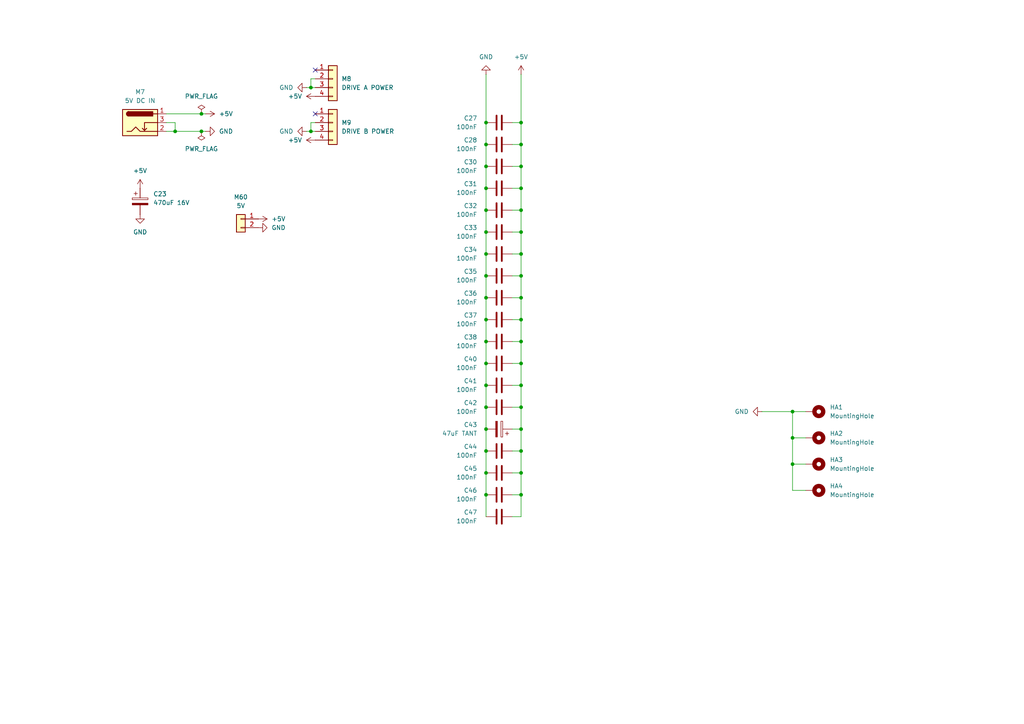
<source format=kicad_sch>
(kicad_sch (version 20250114) (generator "eeschema") (generator_version "9.0")
  (paper "A4")
  (lib_symbols
    (symbol "Connector:Barrel_Jack_Switch" (pin_names (hide yes))
      (property "Reference" "J" (at 0 5.334 0))
      (property "Value" "Barrel_Jack_Switch" (at 0 -5.08 0))
      (symbol "Barrel_Jack_Switch_0_1"
        (rectangle (start -5.08 3.81) (end 5.08 -3.81) (stroke (width 0.254)) (fill (type background)))
        (polyline (pts (xy -3.81 -2.54) (xy -2.54 -2.54) (xy -1.27 -1.27) (xy 0 -2.54) (xy 2.54 -2.54) (xy 5.08 -2.54)) (stroke (width 0.254)))
        (arc (start -3.302 1.905) (mid -3.9343 2.54) (end -3.302 3.175) (stroke (width 0.254)))
        (arc (start -3.302 1.905) (mid -3.9343 2.54) (end -3.302 3.175) (stroke (width 0.254)) (fill (type outline)))
        (polyline (pts (xy 1.27 -2.286) (xy 1.905 -1.651)) (stroke (width 0.254)))
        (rectangle (start 3.683 3.175) (end -3.302 1.905) (stroke (width 0.254)) (fill (type outline)))
        (polyline (pts (xy 5.08 2.54) (xy 3.81 2.54)) (stroke (width 0.254)))
        (polyline (pts (xy 5.08 0) (xy 1.27 0) (xy 1.27 -2.286) (xy 0.635 -1.651)) (stroke (width 0.254)))
      )
      (symbol "Barrel_Jack_Switch_1_1"
        (pin passive line (at 7.62 2.54 180) (length 2.54) (name "~") (number "1"))
        (pin passive line (at 7.62 0 180) (length 2.54) (name "~") (number "3"))
        (pin passive line (at 7.62 -2.54 180) (length 2.54) (name "~") (number "2"))
      )
    )
    (symbol "Connector_Generic:Conn_01x02" (pin_names (offset 1.016) (hide yes))
      (property "Reference" "J" (at 0 2.54 0))
      (property "Value" "Conn_01x02" (at 0 -5.08 0))
      (symbol "Conn_01x02_1_1"
        (rectangle (start -1.27 1.27) (end 1.27 -3.81) (stroke (width 0.254)) (fill (type background)))
        (rectangle (start -1.27 0.127) (end 0 -0.127) (stroke (width 0.1524)))
        (rectangle (start -1.27 -2.413) (end 0 -2.667) (stroke (width 0.1524)))
        (pin passive line (at -5.08 0 0) (length 3.81) (name "Pin_1") (number "1"))
        (pin passive line (at -5.08 -2.54 0) (length 3.81) (name "Pin_2") (number "2"))
      )
    )
    (symbol "Connector_Generic:Conn_01x04" (pin_names (offset 1.016) (hide yes))
      (property "Reference" "J" (at 0 5.08 0))
      (property "Value" "Conn_01x04" (at 0 -7.62 0))
      (symbol "Conn_01x04_1_1"
        (rectangle (start -1.27 3.81) (end 1.27 -6.35) (stroke (width 0.254)) (fill (type background)))
        (rectangle (start -1.27 2.667) (end 0 2.413) (stroke (width 0.1524)))
        (rectangle (start -1.27 0.127) (end 0 -0.127) (stroke (width 0.1524)))
        (rectangle (start -1.27 -2.413) (end 0 -2.667) (stroke (width 0.1524)))
        (rectangle (start -1.27 -4.953) (end 0 -5.207) (stroke (width 0.1524)))
        (pin passive line (at -5.08 2.54 0) (length 3.81) (name "Pin_1") (number "1"))
        (pin passive line (at -5.08 0 0) (length 3.81) (name "Pin_2") (number "2"))
        (pin passive line (at -5.08 -2.54 0) (length 3.81) (name "Pin_3") (number "3"))
        (pin passive line (at -5.08 -5.08 0) (length 3.81) (name "Pin_4") (number "4"))
      )
    )
    (symbol "Device:C" (pin_numbers (hide yes)) (pin_names (offset 0.254))
      (property "Reference" "C" (at 0.635 2.54 0))
      (property "Value" "C" (at 0.635 -2.54 0))
      (symbol "C_0_1"
        (polyline (pts (xy -2.032 0.762) (xy 2.032 0.762)) (stroke (width 0.508)))
        (polyline (pts (xy -2.032 -0.762) (xy 2.032 -0.762)) (stroke (width 0.508)))
      )
      (symbol "C_1_1"
        (pin passive line (at 0 3.81 270) (length 2.794) (name "~") (number "1"))
        (pin passive line (at 0 -3.81 90) (length 2.794) (name "~") (number "2"))
      )
    )
    (symbol "Device:C_Polarized" (pin_numbers (hide yes)) (pin_names (offset 0.254))
      (property "Reference" "C" (at 0.635 2.54 0))
      (property "Value" "C_Polarized" (at 0.635 -2.54 0))
      (symbol "C_Polarized_0_1"
        (rectangle (start -2.286 0.508) (end 2.286 1.016))
        (polyline (pts (xy -1.778 2.286) (xy -0.762 2.286)))
        (polyline (pts (xy -1.27 2.794) (xy -1.27 1.778)))
        (rectangle (start 2.286 -0.508) (end -2.286 -1.016) (fill (type outline)))
      )
      (symbol "C_Polarized_1_1"
        (pin passive line (at 0 3.81 270) (length 2.794) (name "~") (number "1"))
        (pin passive line (at 0 -3.81 90) (length 2.794) (name "~") (number "2"))
      )
    )
    (symbol "Mechanical:MountingHole_Pad" (pin_numbers (hide yes)) (pin_names (offset 1.016) (hide yes))
      (property "Reference" "H" (at 0 6.35 0))
      (property "Value" "MountingHole_Pad" (at 0 4.445 0))
      (symbol "MountingHole_Pad_0_1"
        (circle (center 0 1.27) (radius 1.27) (stroke (width 1.27)))
      )
      (symbol "MountingHole_Pad_1_1"
        (pin input line (at 0 -2.54 90) (length 2.54) (name "1") (number "1"))
      )
    )
    (symbol "power:+5V" (power) (pin_numbers (hide yes)) (pin_names (offset 0) (hide yes))
      (property "Value" "+5V" (at 0 3.556 0))
      (symbol "+5V_0_1"
        (polyline (pts (xy -0.762 1.27) (xy 0 2.54)))
        (polyline (pts (xy 0 2.54) (xy 0.762 1.27)))
        (polyline (pts (xy 0 0) (xy 0 2.54)))
      )
      (symbol "+5V_1_1"
        (pin power_in line (at 0 0 90) (length 0) (name "~") (number "1"))
      )
    )
    (symbol "power:GND" (power) (pin_numbers (hide yes)) (pin_names (offset 0) (hide yes))
      (property "Value" "GND" (at 0 -3.81 0))
      (symbol "GND_0_1"
        (polyline (pts (xy 0 0) (xy 0 -1.27) (xy 1.27 -1.27) (xy 0 -2.54) (xy -1.27 -1.27) (xy 0 -1.27)))
      )
      (symbol "GND_1_1"
        (pin power_in line (at 0 0 270) (length 0) (name "~") (number "1"))
      )
    )
    (symbol "power:PWR_FLAG" (power) (pin_numbers (hide yes)) (pin_names (offset 0) (hide yes))
      (property "Value" "PWR_FLAG" (at 0 3.81 0))
      (symbol "PWR_FLAG_0_0"
        (pin power_out line (at 0 0 90) (length 0) (name "~") (number "1"))
      )
      (symbol "PWR_FLAG_0_1"
        (polyline (pts (xy 0 0) (xy 0 1.27) (xy -1.016 1.905) (xy 0 2.54) (xy 1.016 1.905) (xy 0 1.27)))
      )
    )
  )
  (junction (at 140.97 73.66))
  (junction (at 229.87 127))
  (junction (at 151.13 80.01))
  (junction (at 151.13 41.91))
  (junction (at 140.97 143.51))
  (junction (at 140.97 67.31))
  (junction (at 151.13 67.31))
  (junction (at 140.97 99.06))
  (junction (at 90.17 25.4))
  (junction (at 140.97 86.36))
  (junction (at 140.97 80.01))
  (junction (at 151.13 130.81))
  (junction (at 58.42 38.1))
  (junction (at 151.13 60.96))
  (junction (at 140.97 60.96))
  (junction (at 140.97 41.91))
  (junction (at 140.97 111.76))
  (junction (at 151.13 105.41))
  (junction (at 151.13 111.76))
  (junction (at 140.97 118.11))
  (junction (at 151.13 143.51))
  (junction (at 90.17 38.1))
  (junction (at 151.13 48.26))
  (junction (at 140.97 130.81))
  (junction (at 151.13 73.66))
  (junction (at 151.13 99.06))
  (junction (at 151.13 86.36))
  (junction (at 140.97 48.26))
  (junction (at 140.97 137.16))
  (junction (at 151.13 92.71))
  (junction (at 140.97 105.41))
  (junction (at 50.8 38.1))
  (junction (at 140.97 35.56))
  (junction (at 58.42 33.02))
  (junction (at 151.13 35.56))
  (junction (at 151.13 118.11))
  (junction (at 140.97 124.46))
  (junction (at 151.13 137.16))
  (junction (at 229.87 119.38))
  (junction (at 229.87 134.62))
  (junction (at 151.13 54.61))
  (junction (at 140.97 92.71))
  (junction (at 140.97 54.61))
  (junction (at 151.13 124.46))
  (no_connect (at 91.44 20.32))
  (no_connect (at 91.44 33.02))
  (wire (pts (xy 140.97 80.01) (xy 140.97 86.36)))
  (wire (pts (xy 229.87 134.62) (xy 233.68 134.62)))
  (wire (pts (xy 90.17 35.56) (xy 90.17 38.1)))
  (wire (pts (xy 91.44 35.56) (xy 90.17 35.56)))
  (wire (pts (xy 90.17 38.1) (xy 91.44 38.1)))
  (wire (pts (xy 151.13 137.16) (xy 151.13 143.51)))
  (wire (pts (xy 148.59 111.76) (xy 151.13 111.76)))
  (wire (pts (xy 229.87 134.62) (xy 229.87 142.24)))
  (wire (pts (xy 140.97 137.16) (xy 140.97 143.51)))
  (wire (pts (xy 229.87 127) (xy 229.87 134.62)))
  (wire (pts (xy 140.97 86.36) (xy 140.97 92.71)))
  (wire (pts (xy 151.13 99.06) (xy 151.13 105.41)))
  (wire (pts (xy 151.13 35.56) (xy 151.13 41.91)))
  (wire (pts (xy 88.9 38.1) (xy 90.17 38.1)))
  (wire (pts (xy 148.59 124.46) (xy 151.13 124.46)))
  (wire (pts (xy 151.13 41.91) (xy 151.13 48.26)))
  (wire (pts (xy 151.13 124.46) (xy 151.13 130.81)))
  (wire (pts (xy 48.26 38.1) (xy 50.8 38.1)))
  (wire (pts (xy 88.9 25.4) (xy 90.17 25.4)))
  (wire (pts (xy 151.13 130.81) (xy 151.13 137.16)))
  (wire (pts (xy 151.13 80.01) (xy 151.13 86.36)))
  (wire (pts (xy 148.59 92.71) (xy 151.13 92.71)))
  (wire (pts (xy 58.42 38.1) (xy 50.8 38.1)))
  (wire (pts (xy 151.13 118.11) (xy 151.13 124.46)))
  (wire (pts (xy 90.17 22.86) (xy 90.17 25.4)))
  (wire (pts (xy 148.59 99.06) (xy 151.13 99.06)))
  (wire (pts (xy 140.97 92.71) (xy 140.97 99.06)))
  (wire (pts (xy 59.69 33.02) (xy 58.42 33.02)))
  (wire (pts (xy 148.59 41.91) (xy 151.13 41.91)))
  (wire (pts (xy 140.97 73.66) (xy 140.97 80.01)))
  (wire (pts (xy 140.97 54.61) (xy 140.97 60.96)))
  (wire (pts (xy 140.97 124.46) (xy 140.97 130.81)))
  (wire (pts (xy 151.13 60.96) (xy 151.13 67.31)))
  (wire (pts (xy 50.8 35.56) (xy 48.26 35.56)))
  (wire (pts (xy 151.13 105.41) (xy 151.13 111.76)))
  (wire (pts (xy 140.97 143.51) (xy 140.97 149.86)))
  (wire (pts (xy 148.59 86.36) (xy 151.13 86.36)))
  (wire (pts (xy 140.97 35.56) (xy 140.97 41.91)))
  (wire (pts (xy 140.97 60.96) (xy 140.97 67.31)))
  (wire (pts (xy 91.44 22.86) (xy 90.17 22.86)))
  (wire (pts (xy 48.26 33.02) (xy 58.42 33.02)))
  (wire (pts (xy 148.59 48.26) (xy 151.13 48.26)))
  (wire (pts (xy 140.97 111.76) (xy 140.97 118.11)))
  (wire (pts (xy 148.59 67.31) (xy 151.13 67.31)))
  (wire (pts (xy 59.69 38.1) (xy 58.42 38.1)))
  (wire (pts (xy 151.13 92.71) (xy 151.13 99.06)))
  (wire (pts (xy 151.13 67.31) (xy 151.13 73.66)))
  (wire (pts (xy 229.87 119.38) (xy 233.68 119.38)))
  (wire (pts (xy 151.13 143.51) (xy 151.13 149.86)))
  (wire (pts (xy 148.59 149.86) (xy 151.13 149.86)))
  (wire (pts (xy 90.17 25.4) (xy 91.44 25.4)))
  (wire (pts (xy 140.97 99.06) (xy 140.97 105.41)))
  (wire (pts (xy 151.13 48.26) (xy 151.13 54.61)))
  (wire (pts (xy 140.97 130.81) (xy 140.97 137.16)))
  (wire (pts (xy 148.59 54.61) (xy 151.13 54.61)))
  (wire (pts (xy 140.97 118.11) (xy 140.97 124.46)))
  (wire (pts (xy 151.13 54.61) (xy 151.13 60.96)))
  (wire (pts (xy 151.13 86.36) (xy 151.13 92.71)))
  (wire (pts (xy 151.13 111.76) (xy 151.13 118.11)))
  (wire (pts (xy 148.59 35.56) (xy 151.13 35.56)))
  (wire (pts (xy 140.97 21.59) (xy 140.97 35.56)))
  (wire (pts (xy 229.87 142.24) (xy 233.68 142.24)))
  (wire (pts (xy 148.59 143.51) (xy 151.13 143.51)))
  (wire (pts (xy 148.59 130.81) (xy 151.13 130.81)))
  (wire (pts (xy 148.59 73.66) (xy 151.13 73.66)))
  (wire (pts (xy 140.97 67.31) (xy 140.97 73.66)))
  (wire (pts (xy 140.97 105.41) (xy 140.97 111.76)))
  (wire (pts (xy 151.13 73.66) (xy 151.13 80.01)))
  (wire (pts (xy 140.97 41.91) (xy 140.97 48.26)))
  (wire (pts (xy 148.59 60.96) (xy 151.13 60.96)))
  (wire (pts (xy 229.87 127) (xy 233.68 127)))
  (wire (pts (xy 50.8 38.1) (xy 50.8 35.56)))
  (wire (pts (xy 151.13 21.59) (xy 151.13 35.56)))
  (wire (pts (xy 140.97 48.26) (xy 140.97 54.61)))
  (wire (pts (xy 148.59 80.01) (xy 151.13 80.01)))
  (wire (pts (xy 148.59 105.41) (xy 151.13 105.41)))
  (wire (pts (xy 148.59 137.16) (xy 151.13 137.16)))
  (wire (pts (xy 148.59 118.11) (xy 151.13 118.11)))
  (wire (pts (xy 220.98 119.38) (xy 229.87 119.38)))
  (wire (pts (xy 229.87 119.38) (xy 229.87 127)))
  (symbol (lib_id "Device:C") (at 144.78 143.51 90) (unit 1)
    (property "Reference" "C46" (at 138.43 142.24 90) (effects (justify left)))
    (property "Value" "100nF" (at 138.43 144.78 90) (effects (justify left)))
    (property "Footprint" "Einstein:C_Disc_5.08mm" (effects (hide yes)))
    (property "Description" "Unpolarized capacitor" (effects (hide yes)))
  )
  (symbol (lib_id "Device:C_Polarized") (at 40.64 58.42 0) (unit 1)
    (property "Reference" "C23" (at 44.45 56.2609 0) (effects (justify left)))
    (property "Value" "470uF 16V" (at 44.45 58.8009 0) (effects (justify left)))
    (property "Footprint" "Einstein:Elec_5.08mm - Big Box" (effects (hide yes)))
    (property "Description" "Polarized capacitor" (effects (hide yes)))
  )
  (symbol (lib_id "power:+5V") (at 91.44 27.94 90) (unit 1)
    (property "Reference" "#PWR0186" (effects (hide yes)))
    (property "Value" "+5V" (at 87.63 27.9399 90) (effects (justify left)))
    (property "Description" "Power symbol creates a global label with name \"+5V\"" (effects (hide yes)))
  )
  (symbol (lib_id "Mechanical:MountingHole_Pad") (at 236.22 119.38 270) (unit 1)
    (property "Reference" "HA1" (at 240.665 118.1099 90) (effects (justify left)))
    (property "Value" "MountingHole" (at 240.665 120.6499 90) (effects (justify left)))
    (property "Footprint" "Einstein:Hole3.81_Pad_Via" (effects (hide yes)))
  )
  (symbol (lib_id "Device:C") (at 144.78 41.91 90) (unit 1)
    (property "Reference" "C28" (at 138.43 40.64 90) (effects (justify left)))
    (property "Value" "100nF" (at 138.43 43.18 90) (effects (justify left)))
    (property "Footprint" "Einstein:C_Disc_5.08mm" (effects (hide yes)))
    (property "Description" "Unpolarized capacitor" (effects (hide yes)))
  )
  (symbol (lib_id "Mechanical:MountingHole_Pad") (at 236.22 142.24 270) (unit 1)
    (property "Reference" "HA4" (at 240.665 140.9699 90) (effects (justify left)))
    (property "Value" "MountingHole" (at 240.665 143.5099 90) (effects (justify left)))
    (property "Footprint" "Einstein:Hole3.81_Pad_Via" (effects (hide yes)))
  )
  (symbol (lib_id "Device:C") (at 144.78 130.81 90) (unit 1)
    (property "Reference" "C44" (at 138.43 129.54 90) (effects (justify left)))
    (property "Value" "100nF" (at 138.43 132.08 90) (effects (justify left)))
    (property "Footprint" "Einstein:C_Disc_5.08mm" (effects (hide yes)))
    (property "Description" "Unpolarized capacitor" (effects (hide yes)))
  )
  (symbol (lib_id "power:+5V") (at 40.64 54.61 0) (unit 1)
    (property "Reference" "#PWR0200" (effects (hide yes)))
    (property "Value" "+5V" (at 40.64 49.53 0))
    (property "Description" "Power symbol creates a global label with name \"+5V\"" (effects (hide yes)))
  )
  (symbol (lib_id "power:GND") (at 88.9 38.1 270) (unit 1)
    (property "Reference" "#PWR0188" (effects (hide yes)))
    (property "Value" "GND" (at 85.09 38.0999 90) (effects (justify right)))
    (property "Description" "Power symbol creates a global label with name \"GND\" , ground" (effects (hide yes)))
  )
  (symbol (lib_id "power:+5V") (at 91.44 40.64 90) (unit 1)
    (property "Reference" "#PWR0190" (effects (hide yes)))
    (property "Value" "+5V" (at 87.63 40.6399 90) (effects (justify left)))
    (property "Description" "Power symbol creates a global label with name \"+5V\"" (effects (hide yes)))
  )
  (symbol (lib_id "Mechanical:MountingHole_Pad") (at 236.22 127 270) (unit 1)
    (property "Reference" "HA2" (at 240.665 125.7299 90) (effects (justify left)))
    (property "Value" "MountingHole" (at 240.665 128.2699 90) (effects (justify left)))
    (property "Footprint" "Einstein:Hole3.81_Pad_Via" (effects (hide yes)))
  )
  (symbol (lib_id "Device:C_Polarized") (at 144.78 124.46 270) (mirror x) (unit 1)
    (property "Reference" "C43" (at 138.43 123.19 90) (effects (justify right)))
    (property "Value" "47uF TANT" (at 138.43 125.73 90) (effects (justify right)))
    (property "Footprint" "Einstein:Elec_2.5mm - Box" (effects (hide yes)))
    (property "Description" "Polarized capacitor" (effects (hide yes)))
  )
  (symbol (lib_id "Connector:Barrel_Jack_Switch") (at 40.64 35.56 0) (unit 1)
    (property "Reference" "M7" (at 40.64 26.67 0))
    (property "Value" "5V DC IN" (at 40.64 29.21 0))
    (property "Footprint" "Einstein:BarrelJack_Horizontal" (effects (hide yes)))
    (property "Description" "DC Barrel Jack with an internal switch" (effects (hide yes)))
  )
  (symbol (lib_id "power:+5V") (at 151.13 21.59 0) (unit 1)
    (property "Reference" "#PWR0256" (effects (hide yes)))
    (property "Value" "+5V" (at 151.13 16.51 0))
    (property "Description" "Power symbol creates a global label with name \"+5V\"" (effects (hide yes)))
  )
  (symbol (lib_id "power:PWR_FLAG") (at 58.42 33.02 0) (unit 1)
    (property "Reference" "#FLG01" (effects (hide yes)))
    (property "Value" "PWR_FLAG" (at 58.42 27.94 0))
    (property "Description" "Special symbol for telling ERC where power comes from" (effects (hide yes)))
  )
  (symbol (lib_id "Device:C") (at 144.78 73.66 90) (unit 1)
    (property "Reference" "C34" (at 138.43 72.39 90) (effects (justify left)))
    (property "Value" "100nF" (at 138.43 74.93 90) (effects (justify left)))
    (property "Footprint" "Einstein:C_Disc_5.08mm" (effects (hide yes)))
    (property "Description" "Unpolarized capacitor" (effects (hide yes)))
  )
  (symbol (lib_id "Device:C") (at 144.78 67.31 90) (unit 1)
    (property "Reference" "C33" (at 138.43 66.04 90) (effects (justify left)))
    (property "Value" "100nF" (at 138.43 68.58 90) (effects (justify left)))
    (property "Footprint" "Einstein:C_Disc_5.08mm" (effects (hide yes)))
    (property "Description" "Unpolarized capacitor" (effects (hide yes)))
  )
  (symbol (lib_id "Device:C") (at 144.78 149.86 90) (unit 1)
    (property "Reference" "C47" (at 138.43 148.59 90) (effects (justify left)))
    (property "Value" "100nF" (at 138.43 151.13 90) (effects (justify left)))
    (property "Footprint" "Einstein:C_Disc_5.08mm" (effects (hide yes)))
    (property "Description" "Unpolarized capacitor" (effects (hide yes)))
  )
  (symbol (lib_id "Device:C") (at 144.78 80.01 90) (unit 1)
    (property "Reference" "C35" (at 138.43 78.74 90) (effects (justify left)))
    (property "Value" "100nF" (at 138.43 81.28 90) (effects (justify left)))
    (property "Footprint" "Einstein:C_Disc_5.08mm" (effects (hide yes)))
    (property "Description" "Unpolarized capacitor" (effects (hide yes)))
  )
  (symbol (lib_id "Device:C") (at 144.78 54.61 90) (unit 1)
    (property "Reference" "C31" (at 138.43 53.34 90) (effects (justify left)))
    (property "Value" "100nF" (at 138.43 55.88 90) (effects (justify left)))
    (property "Footprint" "Einstein:C_Disc_5.08mm" (effects (hide yes)))
    (property "Description" "Unpolarized capacitor" (effects (hide yes)))
  )
  (symbol (lib_id "Device:C") (at 144.78 92.71 90) (unit 1)
    (property "Reference" "C37" (at 138.43 91.44 90) (effects (justify left)))
    (property "Value" "100nF" (at 138.43 93.98 90) (effects (justify left)))
    (property "Footprint" "Einstein:C_Disc_5.08mm" (effects (hide yes)))
    (property "Description" "Unpolarized capacitor" (effects (hide yes)))
  )
  (symbol (lib_id "power:GND") (at 40.64 62.23 0) (unit 1)
    (property "Reference" "#PWR0201" (effects (hide yes)))
    (property "Value" "GND" (at 40.64 67.31 0))
    (property "Description" "Power symbol creates a global label with name \"GND\" , ground" (effects (hide yes)))
  )
  (symbol (lib_id "Connector_Generic:Conn_01x04") (at 96.52 35.56 0) (unit 1)
    (property "Reference" "M9" (at 99.06 35.5599 0) (effects (justify left)))
    (property "Value" "DRIVE B POWER" (at 99.06 38.0999 0) (effects (justify left)))
    (property "Footprint" "Einstein:M10 PinHeader_1x04_P2.54mm" (effects (hide yes)))
    (property "Description" "Generic connector, single row, 01x04, script generated (kicad-library-utils/schlib/autogen/connector/)" (effects (hide yes)))
  )
  (symbol (lib_id "power:GND") (at 59.69 38.1 90) (unit 1)
    (property "Reference" "#PWR0103" (effects (hide yes)))
    (property "Value" "GND" (at 63.5 38.0999 90) (effects (justify right)))
    (property "Description" "Power symbol creates a global label with name \"GND\" , ground" (effects (hide yes)))
  )
  (symbol (lib_id "Device:C") (at 144.78 118.11 90) (unit 1)
    (property "Reference" "C42" (at 138.43 116.84 90) (effects (justify left)))
    (property "Value" "100nF" (at 138.43 119.38 90) (effects (justify left)))
    (property "Footprint" "Einstein:C_Disc_5.08mm" (effects (hide yes)))
    (property "Description" "Unpolarized capacitor" (effects (hide yes)))
  )
  (symbol (lib_id "Device:C") (at 144.78 137.16 90) (unit 1)
    (property "Reference" "C45" (at 138.43 135.89 90) (effects (justify left)))
    (property "Value" "100nF" (at 138.43 138.43 90) (effects (justify left)))
    (property "Footprint" "Einstein:C_Disc_5.08mm" (effects (hide yes)))
    (property "Description" "Unpolarized capacitor" (effects (hide yes)))
  )
  (symbol (lib_id "Device:C") (at 144.78 99.06 90) (unit 1)
    (property "Reference" "C38" (at 138.43 97.79 90) (effects (justify left)))
    (property "Value" "100nF" (at 138.43 100.33 90) (effects (justify left)))
    (property "Footprint" "Einstein:C_Disc_5.08mm" (effects (hide yes)))
    (property "Description" "Unpolarized capacitor" (effects (hide yes)))
  )
  (symbol (lib_id "Connector_Generic:Conn_01x04") (at 96.52 22.86 0) (unit 1)
    (property "Reference" "M8" (at 99.06 22.8599 0) (effects (justify left)))
    (property "Value" "DRIVE A POWER" (at 99.06 25.3999 0) (effects (justify left)))
    (property "Footprint" "Einstein:M10 PinHeader_1x04_P2.54mm" (effects (hide yes)))
    (property "Description" "Generic connector, single row, 01x04, script generated (kicad-library-utils/schlib/autogen/connector/)" (effects (hide yes)))
  )
  (symbol (lib_id "Mechanical:MountingHole_Pad") (at 236.22 134.62 270) (unit 1)
    (property "Reference" "HA3" (at 240.665 133.3499 90) (effects (justify left)))
    (property "Value" "MountingHole" (at 240.665 135.8899 90) (effects (justify left)))
    (property "Footprint" "Einstein:Hole3.81_Pad_Via" (effects (hide yes)))
  )
  (symbol (lib_id "Device:C") (at 144.78 105.41 90) (unit 1)
    (property "Reference" "C40" (at 138.43 104.14 90) (effects (justify left)))
    (property "Value" "100nF" (at 138.43 106.68 90) (effects (justify left)))
    (property "Footprint" "Einstein:C_Disc_5.08mm" (effects (hide yes)))
    (property "Description" "Unpolarized capacitor" (effects (hide yes)))
  )
  (symbol (lib_id "Device:C") (at 144.78 60.96 90) (unit 1)
    (property "Reference" "C32" (at 138.43 59.69 90) (effects (justify left)))
    (property "Value" "100nF" (at 138.43 62.23 90) (effects (justify left)))
    (property "Footprint" "Einstein:C_Disc_5.08mm" (effects (hide yes)))
    (property "Description" "Unpolarized capacitor" (effects (hide yes)))
  )
  (symbol (lib_id "Device:C") (at 144.78 48.26 90) (unit 1)
    (property "Reference" "C30" (at 138.43 46.99 90) (effects (justify left)))
    (property "Value" "100nF" (at 138.43 49.53 90) (effects (justify left)))
    (property "Footprint" "Einstein:C_Disc_5.08mm" (effects (hide yes)))
    (property "Description" "Unpolarized capacitor" (effects (hide yes)))
  )
  (symbol (lib_id "power:+5V") (at 74.93 63.5 270) (unit 1)
    (property "Reference" "#PWR08" (effects (hide yes)))
    (property "Value" "+5V" (at 78.74 63.4999 90) (effects (justify left)))
    (property "Description" "Power symbol creates a global label with name \"+5V\"" (effects (hide yes)))
  )
  (symbol (lib_id "power:GND") (at 88.9 25.4 270) (unit 1)
    (property "Reference" "#PWR0187" (effects (hide yes)))
    (property "Value" "GND" (at 85.09 25.3999 90) (effects (justify right)))
    (property "Description" "Power symbol creates a global label with name \"GND\" , ground" (effects (hide yes)))
  )
  (symbol (lib_id "power:+5V") (at 59.69 33.02 270) (unit 1)
    (property "Reference" "#PWR0194" (effects (hide yes)))
    (property "Value" "+5V" (at 63.5 33.0199 90) (effects (justify left)))
    (property "Description" "Power symbol creates a global label with name \"+5V\"" (effects (hide yes)))
  )
  (symbol (lib_id "Device:C") (at 144.78 86.36 90) (unit 1)
    (property "Reference" "C36" (at 138.43 85.09 90) (effects (justify left)))
    (property "Value" "100nF" (at 138.43 87.63 90) (effects (justify left)))
    (property "Footprint" "Einstein:C_Disc_5.08mm" (effects (hide yes)))
    (property "Description" "Unpolarized capacitor" (effects (hide yes)))
  )
  (symbol (lib_id "Device:C") (at 144.78 111.76 90) (unit 1)
    (property "Reference" "C41" (at 138.43 110.49 90) (effects (justify left)))
    (property "Value" "100nF" (at 138.43 113.03 90) (effects (justify left)))
    (property "Footprint" "Einstein:C_Disc_5.08mm" (effects (hide yes)))
    (property "Description" "Unpolarized capacitor" (effects (hide yes)))
  )
  (symbol (lib_id "power:GND") (at 220.98 119.38 270) (unit 1)
    (property "Reference" "#PWR0122" (effects (hide yes)))
    (property "Value" "GND" (at 217.17 119.3799 90) (effects (justify right)))
    (property "Description" "Power symbol creates a global label with name \"GND\" , ground" (effects (hide yes)))
  )
  (symbol (lib_id "power:PWR_FLAG") (at 58.42 38.1 180) (unit 1)
    (property "Reference" "#FLG081" (effects (hide yes)))
    (property "Value" "PWR_FLAG" (at 58.42 43.18 0))
    (property "Description" "Special symbol for telling ERC where power comes from" (effects (hide yes)))
  )
  (symbol (lib_id "Connector_Generic:Conn_01x02") (at 69.85 63.5 0) (mirror y) (unit 1)
    (property "Reference" "M60" (at 69.85 57.15 0))
    (property "Value" "5V" (at 69.85 59.69 0))
    (property "Footprint" "Einstein:Power Header 3.96mm" (effects (hide yes)))
    (property "Description" "Generic connector, single row, 01x02, script generated (kicad-library-utils/schlib/autogen/connector/)" (effects (hide yes)))
  )
  (symbol (lib_id "power:GND") (at 140.97 21.59 180) (unit 1)
    (property "Reference" "#PWR0257" (effects (hide yes)))
    (property "Value" "GND" (at 140.97 16.51 0))
    (property "Description" "Power symbol creates a global label with name \"GND\" , ground" (effects (hide yes)))
  )
  (symbol (lib_id "Device:C") (at 144.78 35.56 90) (unit 1)
    (property "Reference" "C27" (at 138.43 34.29 90) (effects (justify left)))
    (property "Value" "100nF" (at 138.43 36.83 90) (effects (justify left)))
    (property "Footprint" "Einstein:C_Disc_5.08mm" (effects (hide yes)))
    (property "Description" "Unpolarized capacitor" (effects (hide yes)))
  )
  (symbol (lib_id "power:GND") (at 74.93 66.04 90) (unit 1)
    (property "Reference" "#PWR09" (effects (hide yes)))
    (property "Value" "GND" (at 78.74 66.0399 90) (effects (justify right)))
    (property "Description" "Power symbol creates a global label with name \"GND\" , ground" (effects (hide yes)))
  )
)
</source>
